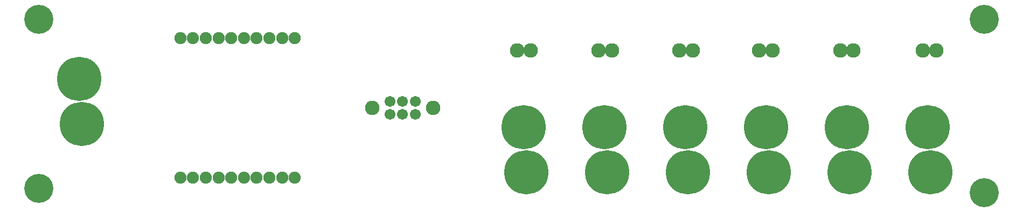
<source format=gbs>
G04 (created by PCBNEW (2013-06-11 BZR 4021)-stable) date Tue 16 Jul 2013 06:26:29 PM CDT*
%MOIN*%
G04 Gerber Fmt 3.4, Leading zero omitted, Abs format*
%FSLAX34Y34*%
G01*
G70*
G90*
G04 APERTURE LIST*
%ADD10C,0.00590551*%
%ADD11C,0.18*%
%ADD12C,0.0672*%
%ADD13C,0.09*%
%ADD14C,0.075*%
%ADD15C,0.274*%
G04 APERTURE END LIST*
G54D10*
G54D11*
X13000Y-37500D03*
X13000Y-27000D03*
X71500Y-27000D03*
X71500Y-37750D03*
G54D12*
X36287Y-32894D03*
X35500Y-32894D03*
X34713Y-32894D03*
X36287Y-32106D03*
X35500Y-32106D03*
X34713Y-32106D03*
G54D13*
X37390Y-32500D03*
X33610Y-32500D03*
G54D14*
X21750Y-28169D03*
X24900Y-28169D03*
X26474Y-28169D03*
X25687Y-28169D03*
X23325Y-28169D03*
X24112Y-28169D03*
X22537Y-28169D03*
X28049Y-28169D03*
X28837Y-28169D03*
X27262Y-28169D03*
X27262Y-36831D03*
X28837Y-36831D03*
X28049Y-36831D03*
X22537Y-36831D03*
X24112Y-36831D03*
X23325Y-36831D03*
X25687Y-36831D03*
X26474Y-36831D03*
X24900Y-36831D03*
X21750Y-36831D03*
G54D13*
X42599Y-28920D03*
X43425Y-28920D03*
X47618Y-28920D03*
X48444Y-28920D03*
X52638Y-28920D03*
X53464Y-28920D03*
X62579Y-28920D03*
X63405Y-28920D03*
X67697Y-28920D03*
X68523Y-28920D03*
X57559Y-28920D03*
X58385Y-28920D03*
G54D15*
X68000Y-33700D03*
X68167Y-36500D03*
X15500Y-30700D03*
X15667Y-33500D03*
X63000Y-33700D03*
X63167Y-36500D03*
X53000Y-33700D03*
X53167Y-36500D03*
X48000Y-33700D03*
X48167Y-36500D03*
X43000Y-33700D03*
X43167Y-36500D03*
X58000Y-33700D03*
X58167Y-36500D03*
M02*

</source>
